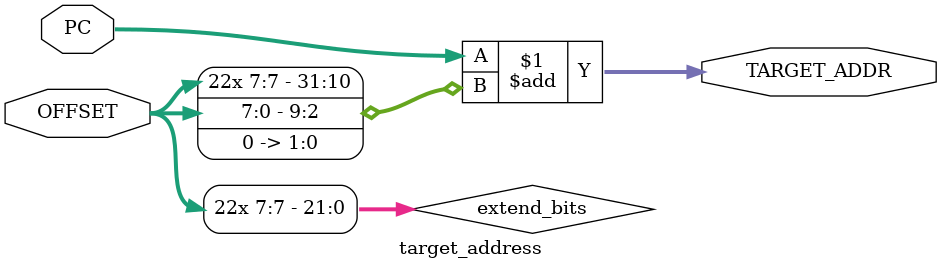
<source format=v>
/*
CO224: Computer Architecture 
Lab 05: Part-4				 
The Sub Module target_address			 
Group - 12					 
*/

// tyarget_address module definition
module target_address(PC,OFFSET,TARGET_ADDR);

    // Begin port declaration
    input [7:0] OFFSET;     // Declare inputs
    input [31:0] PC;

    output [31:0] TARGET_ADDR;      // Declare output
    // End of port declaration

    wire [21:0] extend_bits;    // Sign bit can be usede to extend a bit word

    assign extend_bits = {22{OFFSET[7]}};   // Assign MSD of OFFSET to extend TARGET_ADDR to 32-bits

    assign #2 TARGET_ADDR = PC + {extend_bits,OFFSET,2'b00};    // Making Target address by sum of PC and OFFSET*4

endmodule
</source>
